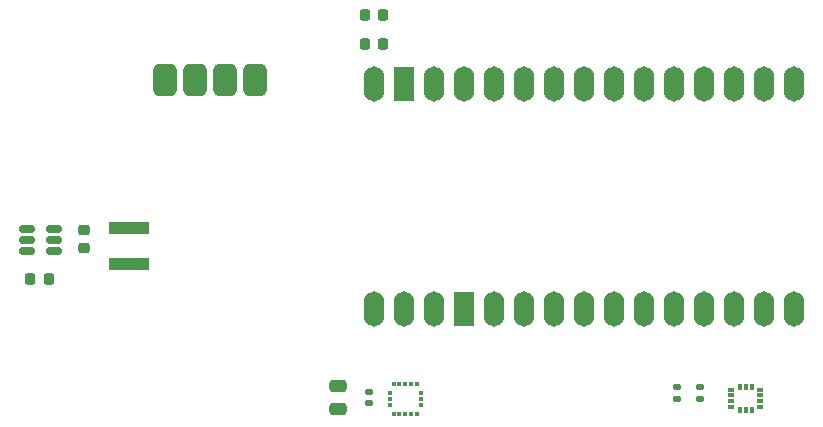
<source format=gtp>
G04 #@! TF.GenerationSoftware,KiCad,Pcbnew,8.0.7*
G04 #@! TF.CreationDate,2025-03-12T01:08:22-04:00*
G04 #@! TF.ProjectId,combat-pcb,636f6d62-6174-42d7-9063-622e6b696361,rev?*
G04 #@! TF.SameCoordinates,Original*
G04 #@! TF.FileFunction,Paste,Top*
G04 #@! TF.FilePolarity,Positive*
%FSLAX46Y46*%
G04 Gerber Fmt 4.6, Leading zero omitted, Abs format (unit mm)*
G04 Created by KiCad (PCBNEW 8.0.7) date 2025-03-12 01:08:22*
%MOMM*%
%LPD*%
G01*
G04 APERTURE LIST*
G04 Aperture macros list*
%AMRoundRect*
0 Rectangle with rounded corners*
0 $1 Rounding radius*
0 $2 $3 $4 $5 $6 $7 $8 $9 X,Y pos of 4 corners*
0 Add a 4 corners polygon primitive as box body*
4,1,4,$2,$3,$4,$5,$6,$7,$8,$9,$2,$3,0*
0 Add four circle primitives for the rounded corners*
1,1,$1+$1,$2,$3*
1,1,$1+$1,$4,$5*
1,1,$1+$1,$6,$7*
1,1,$1+$1,$8,$9*
0 Add four rect primitives between the rounded corners*
20,1,$1+$1,$2,$3,$4,$5,0*
20,1,$1+$1,$4,$5,$6,$7,0*
20,1,$1+$1,$6,$7,$8,$9,0*
20,1,$1+$1,$8,$9,$2,$3,0*%
G04 Aperture macros list end*
%ADD10RoundRect,0.500000X0.500000X-0.875000X0.500000X0.875000X-0.500000X0.875000X-0.500000X-0.875000X0*%
%ADD11RoundRect,0.150000X-0.512500X-0.150000X0.512500X-0.150000X0.512500X0.150000X-0.512500X0.150000X0*%
%ADD12RoundRect,0.225000X-0.225000X-0.250000X0.225000X-0.250000X0.225000X0.250000X-0.225000X0.250000X0*%
%ADD13R,0.355600X0.457200*%
%ADD14R,0.457200X0.355600*%
%ADD15R,0.576580X0.351536*%
%ADD16R,0.351536X0.576580*%
%ADD17RoundRect,0.140000X-0.170000X0.140000X-0.170000X-0.140000X0.170000X-0.140000X0.170000X0.140000X0*%
%ADD18O,1.727200X2.997200*%
%ADD19R,1.727200X2.997200*%
%ADD20R,3.400000X1.100000*%
%ADD21RoundRect,0.250000X-0.475000X0.250000X-0.475000X-0.250000X0.475000X-0.250000X0.475000X0.250000X0*%
%ADD22RoundRect,0.225000X0.250000X-0.225000X0.250000X0.225000X-0.250000X0.225000X-0.250000X-0.225000X0*%
G04 APERTURE END LIST*
D10*
X157734000Y-83058000D03*
X160274000Y-83058000D03*
X162814000Y-83058000D03*
X165354000Y-83058000D03*
D11*
X146055500Y-95697000D03*
X146055500Y-96647000D03*
X146055500Y-97597000D03*
X148330500Y-97597000D03*
X148330500Y-96647000D03*
X148330500Y-95697000D03*
D12*
X174612000Y-77597000D03*
X176162000Y-77597000D03*
D13*
X177053748Y-111375200D03*
X177553874Y-111375200D03*
X178054000Y-111375200D03*
X178554126Y-111375200D03*
X179054252Y-111375200D03*
D14*
X179349400Y-110579926D03*
X179349400Y-110079800D03*
X179349400Y-109579674D03*
D13*
X179054252Y-108784400D03*
X178554126Y-108784400D03*
X178054000Y-108784400D03*
X177553874Y-108784400D03*
X177053748Y-108784400D03*
D14*
X176758600Y-109579674D03*
X176758600Y-110079800D03*
X176758600Y-110579926D03*
D12*
X174612000Y-80010000D03*
X176162000Y-80010000D03*
D15*
X208085299Y-110791701D03*
X208085299Y-110291700D03*
X208085299Y-109791700D03*
X208085299Y-109291699D03*
D16*
X207374998Y-109085400D03*
X206874999Y-109085400D03*
X206375000Y-109085400D03*
D15*
X205664699Y-109291699D03*
X205664699Y-109791700D03*
X205664699Y-110291700D03*
X205664699Y-110791701D03*
D16*
X206375000Y-110998000D03*
X206874999Y-110998000D03*
X207374998Y-110998000D03*
D17*
X175006000Y-109502000D03*
X175006000Y-110462000D03*
D18*
X175387000Y-102489000D03*
X177927000Y-102489000D03*
X180467000Y-102489000D03*
D19*
X183007000Y-102489000D03*
D18*
X185547000Y-102489000D03*
X188087000Y-102489000D03*
X190627000Y-102489000D03*
X193167000Y-102489000D03*
X195707000Y-102489000D03*
X198247000Y-102489000D03*
X200787000Y-102489000D03*
X203327000Y-102489000D03*
X205867000Y-102489000D03*
X208407000Y-102489000D03*
X210947000Y-102489000D03*
X210947000Y-83439000D03*
X208407000Y-83439000D03*
X205867000Y-83439000D03*
X203327000Y-83439000D03*
X200787000Y-83439000D03*
X198247000Y-83439000D03*
X195707000Y-83439000D03*
X193167000Y-83439000D03*
X190627000Y-83439000D03*
X188087000Y-83439000D03*
X185547000Y-83439000D03*
X183007000Y-83439000D03*
X180467000Y-83439000D03*
D19*
X177927000Y-83439000D03*
D18*
X175387000Y-83439000D03*
D20*
X154686000Y-98655000D03*
X154686000Y-95655000D03*
D21*
X172339000Y-109032000D03*
X172339000Y-110932000D03*
D17*
X201041000Y-109121000D03*
X201041000Y-110081000D03*
D22*
X150876000Y-97295000D03*
X150876000Y-95745000D03*
D12*
X146291000Y-99949000D03*
X147841000Y-99949000D03*
D17*
X203011000Y-109121000D03*
X203011000Y-110081000D03*
M02*

</source>
